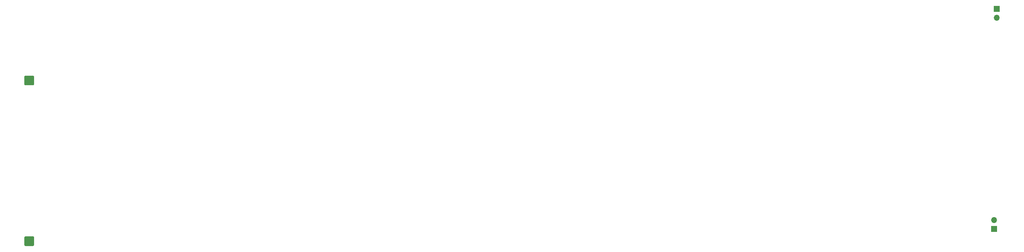
<source format=gts>
%TF.GenerationSoftware,KiCad,Pcbnew,(5.1.9-0-10_14)*%
%TF.CreationDate,2022-12-08T20:33:16-05:00*%
%TF.ProjectId,5AhG3-18S,35416847-332d-4313-9853-2e6b69636164,rev?*%
%TF.SameCoordinates,Original*%
%TF.FileFunction,Soldermask,Top*%
%TF.FilePolarity,Negative*%
%FSLAX46Y46*%
G04 Gerber Fmt 4.6, Leading zero omitted, Abs format (unit mm)*
G04 Created by KiCad (PCBNEW (5.1.9-0-10_14)) date 2022-12-08 20:33:16*
%MOMM*%
%LPD*%
G01*
G04 APERTURE LIST*
%ADD10R,1.700000X1.700000*%
%ADD11O,1.700000X1.700000*%
G04 APERTURE END LIST*
%TO.C,H3*%
G36*
G01*
X82625000Y-114125002D02*
X82625000Y-111874998D01*
G75*
G02*
X82874998Y-111625000I249998J0D01*
G01*
X85125002Y-111625000D01*
G75*
G02*
X85375000Y-111874998I0J-249998D01*
G01*
X85375000Y-114125002D01*
G75*
G02*
X85125002Y-114375000I-249998J0D01*
G01*
X82874998Y-114375000D01*
G75*
G02*
X82625000Y-114125002I0J249998D01*
G01*
G37*
%TD*%
%TO.C,H4*%
G36*
G01*
X82625000Y-160125002D02*
X82625000Y-157874998D01*
G75*
G02*
X82874998Y-157625000I249998J0D01*
G01*
X85125002Y-157625000D01*
G75*
G02*
X85375000Y-157874998I0J-249998D01*
G01*
X85375000Y-160125002D01*
G75*
G02*
X85125002Y-160375000I-249998J0D01*
G01*
X82874998Y-160375000D01*
G75*
G02*
X82625000Y-160125002I0J249998D01*
G01*
G37*
%TD*%
D10*
%TO.C,J1*%
X360500000Y-92500000D03*
D11*
X360500000Y-95040000D03*
%TD*%
D10*
%TO.C,J2*%
X359750000Y-155500000D03*
D11*
X359750000Y-152960000D03*
%TD*%
M02*

</source>
